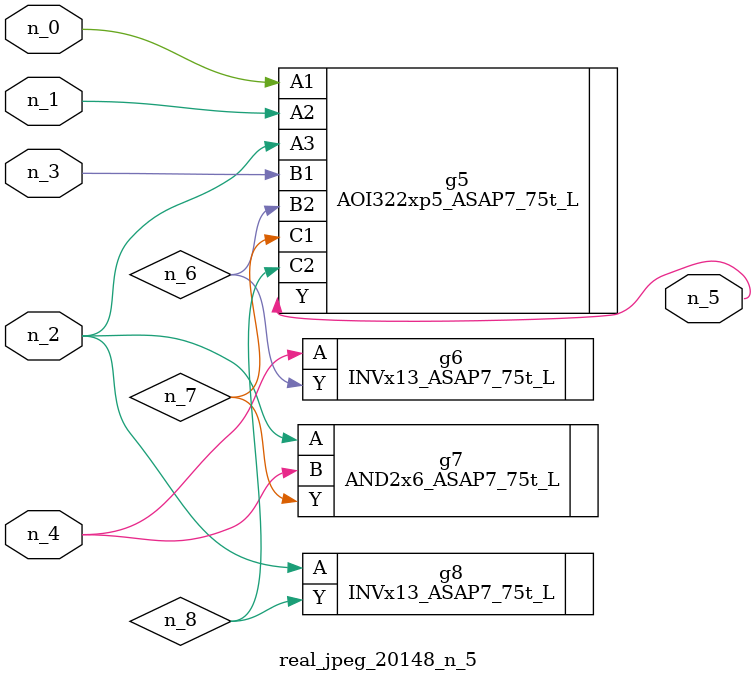
<source format=v>
module real_jpeg_20148_n_5 (n_4, n_0, n_1, n_2, n_3, n_5);

input n_4;
input n_0;
input n_1;
input n_2;
input n_3;

output n_5;

wire n_8;
wire n_6;
wire n_7;

AOI322xp5_ASAP7_75t_L g5 ( 
.A1(n_0),
.A2(n_1),
.A3(n_2),
.B1(n_3),
.B2(n_6),
.C1(n_7),
.C2(n_8),
.Y(n_5)
);

AND2x6_ASAP7_75t_L g7 ( 
.A(n_2),
.B(n_4),
.Y(n_7)
);

INVx13_ASAP7_75t_L g8 ( 
.A(n_2),
.Y(n_8)
);

INVx13_ASAP7_75t_L g6 ( 
.A(n_4),
.Y(n_6)
);


endmodule
</source>
